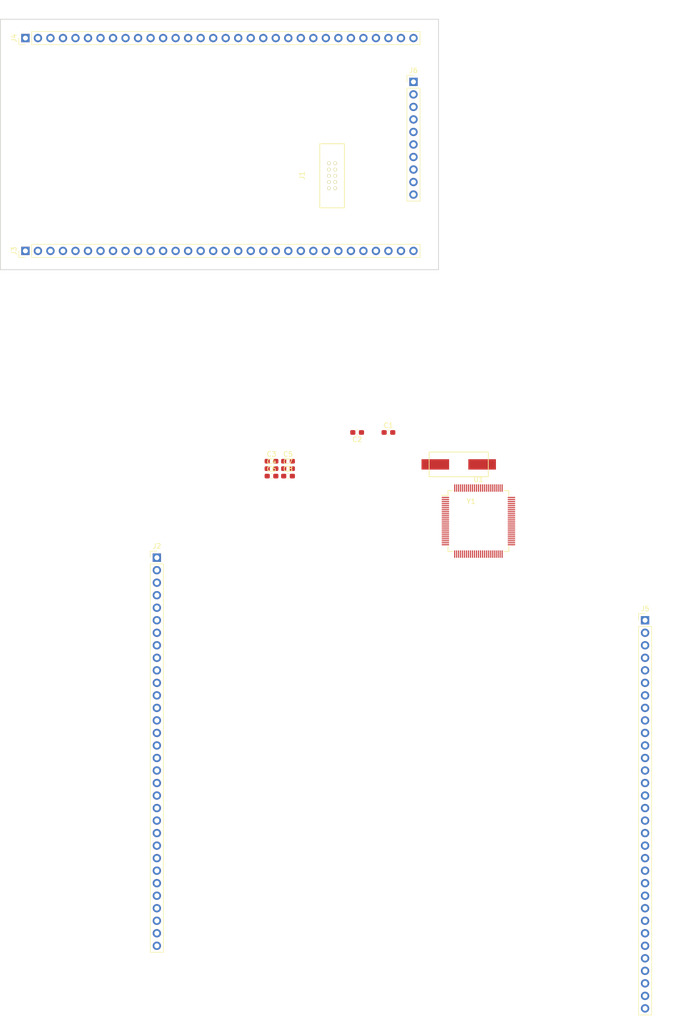
<source format=kicad_pcb>
(kicad_pcb (version 20171130) (host pcbnew 5.0.2+dfsg1-1~bpo9+1)

  (general
    (thickness 1.6)
    (drawings 4)
    (tracks 0)
    (zones 0)
    (modules 16)
    (nets 152)
  )

  (page A4)
  (layers
    (0 F.Cu signal)
    (31 B.Cu signal)
    (32 B.Adhes user)
    (33 F.Adhes user)
    (34 B.Paste user)
    (35 F.Paste user)
    (36 B.SilkS user)
    (37 F.SilkS user)
    (38 B.Mask user)
    (39 F.Mask user)
    (40 Dwgs.User user)
    (41 Cmts.User user)
    (42 Eco1.User user)
    (43 Eco2.User user)
    (44 Edge.Cuts user)
    (45 Margin user)
    (46 B.CrtYd user)
    (47 F.CrtYd user)
    (48 B.Fab user)
    (49 F.Fab user)
  )

  (setup
    (last_trace_width 0.25)
    (trace_clearance 0.2)
    (zone_clearance 0.508)
    (zone_45_only no)
    (trace_min 0.2)
    (segment_width 0.2)
    (edge_width 0.15)
    (via_size 0.8)
    (via_drill 0.4)
    (via_min_size 0.4)
    (via_min_drill 0.3)
    (uvia_size 0.3)
    (uvia_drill 0.1)
    (uvias_allowed no)
    (uvia_min_size 0.2)
    (uvia_min_drill 0.1)
    (pcb_text_width 0.3)
    (pcb_text_size 1.5 1.5)
    (mod_edge_width 0.15)
    (mod_text_size 1 1)
    (mod_text_width 0.15)
    (pad_size 1.524 1.524)
    (pad_drill 0.762)
    (pad_to_mask_clearance 0.051)
    (solder_mask_min_width 0.25)
    (aux_axis_origin 0 0)
    (visible_elements FFFFFF7F)
    (pcbplotparams
      (layerselection 0x010fc_ffffffff)
      (usegerberextensions false)
      (usegerberattributes false)
      (usegerberadvancedattributes false)
      (creategerberjobfile false)
      (excludeedgelayer true)
      (linewidth 0.100000)
      (plotframeref false)
      (viasonmask false)
      (mode 1)
      (useauxorigin false)
      (hpglpennumber 1)
      (hpglpenspeed 20)
      (hpglpendiameter 15.000000)
      (psnegative false)
      (psa4output false)
      (plotreference true)
      (plotvalue true)
      (plotinvisibletext false)
      (padsonsilk false)
      (subtractmaskfromsilk false)
      (outputformat 1)
      (mirror false)
      (drillshape 1)
      (scaleselection 1)
      (outputdirectory ""))
  )

  (net 0 "")
  (net 1 "Net-(C1-Pad2)")
  (net 2 GND)
  (net 3 "Net-(C2-Pad2)")
  (net 4 +3V3)
  (net 5 SWDIO)
  (net 6 SWDClock)
  (net 7 SWO)
  (net 8 "Net-(J1-Pad7)")
  (net 9 "Net-(J1-Pad8)")
  (net 10 nRESET)
  (net 11 "Net-(J2-Pad1)")
  (net 12 "Net-(J2-Pad2)")
  (net 13 "Net-(J2-Pad3)")
  (net 14 "Net-(J2-Pad4)")
  (net 15 "Net-(J2-Pad5)")
  (net 16 "Net-(J2-Pad6)")
  (net 17 "Net-(J2-Pad7)")
  (net 18 "Net-(J2-Pad8)")
  (net 19 "Net-(J2-Pad9)")
  (net 20 "Net-(J2-Pad10)")
  (net 21 "Net-(J2-Pad11)")
  (net 22 "Net-(J2-Pad12)")
  (net 23 "Net-(J2-Pad13)")
  (net 24 "Net-(J2-Pad14)")
  (net 25 "Net-(J2-Pad15)")
  (net 26 "Net-(J2-Pad16)")
  (net 27 "Net-(J2-Pad17)")
  (net 28 "Net-(J2-Pad18)")
  (net 29 "Net-(J2-Pad19)")
  (net 30 "Net-(J2-Pad20)")
  (net 31 "Net-(J2-Pad21)")
  (net 32 "Net-(J2-Pad22)")
  (net 33 "Net-(J2-Pad23)")
  (net 34 "Net-(J2-Pad24)")
  (net 35 "Net-(J2-Pad25)")
  (net 36 "Net-(J2-Pad26)")
  (net 37 "Net-(J2-Pad27)")
  (net 38 "Net-(J2-Pad28)")
  (net 39 "Net-(J2-Pad29)")
  (net 40 "Net-(J2-Pad30)")
  (net 41 "Net-(J2-Pad31)")
  (net 42 "Net-(J2-Pad32)")
  (net 43 PD0)
  (net 44 PD1)
  (net 45 PD2)
  (net 46 PD3)
  (net 47 PD4)
  (net 48 PD5)
  (net 49 PD6)
  (net 50 PD7)
  (net 51 PD8)
  (net 52 PD9)
  (net 53 PD10)
  (net 54 PD11)
  (net 55 PD12)
  (net 56 PD13)
  (net 57 PD14)
  (net 58 PD15)
  (net 59 PD16)
  (net 60 PD17)
  (net 61 PD18)
  (net 62 PD19)
  (net 63 PD20)
  (net 64 PD21)
  (net 65 PD22)
  (net 66 PD23)
  (net 67 PD24)
  (net 68 PD25)
  (net 69 PD26)
  (net 70 PD27)
  (net 71 PD28)
  (net 72 PD29)
  (net 73 PD30)
  (net 74 PD31)
  (net 75 PA31)
  (net 76 PA30)
  (net 77 PA29)
  (net 78 PA28)
  (net 79 PA27)
  (net 80 PA26)
  (net 81 PA25)
  (net 82 PA24)
  (net 83 PA23)
  (net 84 PA22)
  (net 85 PA21)
  (net 86 PA20)
  (net 87 PA19)
  (net 88 PA18)
  (net 89 PA17)
  (net 90 PA16)
  (net 91 PA15)
  (net 92 PA14)
  (net 93 PA13)
  (net 94 PA12)
  (net 95 PA11)
  (net 96 PA10)
  (net 97 PA9)
  (net 98 PA8)
  (net 99 PA7)
  (net 100 PA6)
  (net 101 PA5)
  (net 102 PA4)
  (net 103 PA3)
  (net 104 PA2)
  (net 105 PA1)
  (net 106 PA0)
  (net 107 "Net-(J5-Pad32)")
  (net 108 "Net-(J5-Pad31)")
  (net 109 "Net-(J5-Pad30)")
  (net 110 "Net-(J5-Pad29)")
  (net 111 "Net-(J5-Pad28)")
  (net 112 "Net-(J5-Pad27)")
  (net 113 "Net-(J5-Pad26)")
  (net 114 "Net-(J5-Pad25)")
  (net 115 "Net-(J5-Pad24)")
  (net 116 "Net-(J5-Pad23)")
  (net 117 "Net-(J5-Pad22)")
  (net 118 "Net-(J5-Pad21)")
  (net 119 "Net-(J5-Pad20)")
  (net 120 "Net-(J5-Pad19)")
  (net 121 "Net-(J5-Pad18)")
  (net 122 "Net-(J5-Pad17)")
  (net 123 "Net-(J5-Pad16)")
  (net 124 "Net-(J5-Pad15)")
  (net 125 "Net-(J5-Pad14)")
  (net 126 "Net-(J5-Pad13)")
  (net 127 "Net-(J5-Pad12)")
  (net 128 "Net-(J5-Pad11)")
  (net 129 "Net-(J5-Pad10)")
  (net 130 "Net-(J5-Pad9)")
  (net 131 "Net-(J5-Pad8)")
  (net 132 "Net-(J5-Pad7)")
  (net 133 "Net-(J5-Pad6)")
  (net 134 "Net-(J5-Pad5)")
  (net 135 "Net-(J5-Pad4)")
  (net 136 "Net-(J5-Pad3)")
  (net 137 "Net-(J5-Pad2)")
  (net 138 "Net-(J5-Pad1)")
  (net 139 PB0)
  (net 140 PB1)
  (net 141 PB2)
  (net 142 PB3)
  (net 143 PB4)
  (net 144 PB10)
  (net 145 PB11)
  (net 146 PB12)
  (net 147 PB13)
  (net 148 PB14)
  (net 149 "Net-(U1-Pad60)")
  (net 150 "Net-(U1-Pad73)")
  (net 151 "Net-(C5-Pad1)")

  (net_class Default "This is the default net class."
    (clearance 0.2)
    (trace_width 0.25)
    (via_dia 0.8)
    (via_drill 0.4)
    (uvia_dia 0.3)
    (uvia_drill 0.1)
    (add_net +3V3)
    (add_net GND)
    (add_net "Net-(C1-Pad2)")
    (add_net "Net-(C2-Pad2)")
    (add_net "Net-(C5-Pad1)")
    (add_net "Net-(J1-Pad7)")
    (add_net "Net-(J1-Pad8)")
    (add_net "Net-(J2-Pad1)")
    (add_net "Net-(J2-Pad10)")
    (add_net "Net-(J2-Pad11)")
    (add_net "Net-(J2-Pad12)")
    (add_net "Net-(J2-Pad13)")
    (add_net "Net-(J2-Pad14)")
    (add_net "Net-(J2-Pad15)")
    (add_net "Net-(J2-Pad16)")
    (add_net "Net-(J2-Pad17)")
    (add_net "Net-(J2-Pad18)")
    (add_net "Net-(J2-Pad19)")
    (add_net "Net-(J2-Pad2)")
    (add_net "Net-(J2-Pad20)")
    (add_net "Net-(J2-Pad21)")
    (add_net "Net-(J2-Pad22)")
    (add_net "Net-(J2-Pad23)")
    (add_net "Net-(J2-Pad24)")
    (add_net "Net-(J2-Pad25)")
    (add_net "Net-(J2-Pad26)")
    (add_net "Net-(J2-Pad27)")
    (add_net "Net-(J2-Pad28)")
    (add_net "Net-(J2-Pad29)")
    (add_net "Net-(J2-Pad3)")
    (add_net "Net-(J2-Pad30)")
    (add_net "Net-(J2-Pad31)")
    (add_net "Net-(J2-Pad32)")
    (add_net "Net-(J2-Pad4)")
    (add_net "Net-(J2-Pad5)")
    (add_net "Net-(J2-Pad6)")
    (add_net "Net-(J2-Pad7)")
    (add_net "Net-(J2-Pad8)")
    (add_net "Net-(J2-Pad9)")
    (add_net "Net-(J5-Pad1)")
    (add_net "Net-(J5-Pad10)")
    (add_net "Net-(J5-Pad11)")
    (add_net "Net-(J5-Pad12)")
    (add_net "Net-(J5-Pad13)")
    (add_net "Net-(J5-Pad14)")
    (add_net "Net-(J5-Pad15)")
    (add_net "Net-(J5-Pad16)")
    (add_net "Net-(J5-Pad17)")
    (add_net "Net-(J5-Pad18)")
    (add_net "Net-(J5-Pad19)")
    (add_net "Net-(J5-Pad2)")
    (add_net "Net-(J5-Pad20)")
    (add_net "Net-(J5-Pad21)")
    (add_net "Net-(J5-Pad22)")
    (add_net "Net-(J5-Pad23)")
    (add_net "Net-(J5-Pad24)")
    (add_net "Net-(J5-Pad25)")
    (add_net "Net-(J5-Pad26)")
    (add_net "Net-(J5-Pad27)")
    (add_net "Net-(J5-Pad28)")
    (add_net "Net-(J5-Pad29)")
    (add_net "Net-(J5-Pad3)")
    (add_net "Net-(J5-Pad30)")
    (add_net "Net-(J5-Pad31)")
    (add_net "Net-(J5-Pad32)")
    (add_net "Net-(J5-Pad4)")
    (add_net "Net-(J5-Pad5)")
    (add_net "Net-(J5-Pad6)")
    (add_net "Net-(J5-Pad7)")
    (add_net "Net-(J5-Pad8)")
    (add_net "Net-(J5-Pad9)")
    (add_net "Net-(U1-Pad60)")
    (add_net "Net-(U1-Pad73)")
    (add_net PA0)
    (add_net PA1)
    (add_net PA10)
    (add_net PA11)
    (add_net PA12)
    (add_net PA13)
    (add_net PA14)
    (add_net PA15)
    (add_net PA16)
    (add_net PA17)
    (add_net PA18)
    (add_net PA19)
    (add_net PA2)
    (add_net PA20)
    (add_net PA21)
    (add_net PA22)
    (add_net PA23)
    (add_net PA24)
    (add_net PA25)
    (add_net PA26)
    (add_net PA27)
    (add_net PA28)
    (add_net PA29)
    (add_net PA3)
    (add_net PA30)
    (add_net PA31)
    (add_net PA4)
    (add_net PA5)
    (add_net PA6)
    (add_net PA7)
    (add_net PA8)
    (add_net PA9)
    (add_net PB0)
    (add_net PB1)
    (add_net PB10)
    (add_net PB11)
    (add_net PB12)
    (add_net PB13)
    (add_net PB14)
    (add_net PB2)
    (add_net PB3)
    (add_net PB4)
    (add_net PD0)
    (add_net PD1)
    (add_net PD10)
    (add_net PD11)
    (add_net PD12)
    (add_net PD13)
    (add_net PD14)
    (add_net PD15)
    (add_net PD16)
    (add_net PD17)
    (add_net PD18)
    (add_net PD19)
    (add_net PD2)
    (add_net PD20)
    (add_net PD21)
    (add_net PD22)
    (add_net PD23)
    (add_net PD24)
    (add_net PD25)
    (add_net PD26)
    (add_net PD27)
    (add_net PD28)
    (add_net PD29)
    (add_net PD3)
    (add_net PD30)
    (add_net PD31)
    (add_net PD4)
    (add_net PD5)
    (add_net PD6)
    (add_net PD7)
    (add_net PD8)
    (add_net PD9)
    (add_net SWDClock)
    (add_net SWDIO)
    (add_net SWO)
    (add_net nRESET)
  )

  (module Capacitor_SMD:C_0603_1608Metric_Pad1.05x0.95mm_HandSolder (layer F.Cu) (tedit 5B301BBE) (tstamp 5ECE1158)
    (at 78.74 33.02)
    (descr "Capacitor SMD 0603 (1608 Metric), square (rectangular) end terminal, IPC_7351 nominal with elongated pad for handsoldering. (Body size source: http://www.tortai-tech.com/upload/download/2011102023233369053.pdf), generated with kicad-footprint-generator")
    (tags "capacitor handsolder")
    (path /5EC2B536)
    (attr smd)
    (fp_text reference C1 (at 0 -1.43) (layer F.SilkS)
      (effects (font (size 1 1) (thickness 0.15)))
    )
    (fp_text value 13p (at 0 1.43) (layer F.Fab)
      (effects (font (size 1 1) (thickness 0.15)))
    )
    (fp_text user %R (at 0 0) (layer F.Fab)
      (effects (font (size 0.4 0.4) (thickness 0.06)))
    )
    (fp_line (start 1.65 0.73) (end -1.65 0.73) (layer F.CrtYd) (width 0.05))
    (fp_line (start 1.65 -0.73) (end 1.65 0.73) (layer F.CrtYd) (width 0.05))
    (fp_line (start -1.65 -0.73) (end 1.65 -0.73) (layer F.CrtYd) (width 0.05))
    (fp_line (start -1.65 0.73) (end -1.65 -0.73) (layer F.CrtYd) (width 0.05))
    (fp_line (start -0.171267 0.51) (end 0.171267 0.51) (layer F.SilkS) (width 0.12))
    (fp_line (start -0.171267 -0.51) (end 0.171267 -0.51) (layer F.SilkS) (width 0.12))
    (fp_line (start 0.8 0.4) (end -0.8 0.4) (layer F.Fab) (width 0.1))
    (fp_line (start 0.8 -0.4) (end 0.8 0.4) (layer F.Fab) (width 0.1))
    (fp_line (start -0.8 -0.4) (end 0.8 -0.4) (layer F.Fab) (width 0.1))
    (fp_line (start -0.8 0.4) (end -0.8 -0.4) (layer F.Fab) (width 0.1))
    (pad 2 smd roundrect (at 0.875 0) (size 1.05 0.95) (layers F.Cu F.Paste F.Mask) (roundrect_rratio 0.25)
      (net 1 "Net-(C1-Pad2)"))
    (pad 1 smd roundrect (at -0.875 0) (size 1.05 0.95) (layers F.Cu F.Paste F.Mask) (roundrect_rratio 0.25)
      (net 2 GND))
    (model ${KISYS3DMOD}/Capacitor_SMD.3dshapes/C_0603_1608Metric.wrl
      (at (xyz 0 0 0))
      (scale (xyz 1 1 1))
      (rotate (xyz 0 0 0))
    )
  )

  (module Capacitor_SMD:C_0603_1608Metric_Pad1.05x0.95mm_HandSolder (layer F.Cu) (tedit 5B301BBE) (tstamp 5ECE1169)
    (at 72.39 33.02 180)
    (descr "Capacitor SMD 0603 (1608 Metric), square (rectangular) end terminal, IPC_7351 nominal with elongated pad for handsoldering. (Body size source: http://www.tortai-tech.com/upload/download/2011102023233369053.pdf), generated with kicad-footprint-generator")
    (tags "capacitor handsolder")
    (path /5EC2B481)
    (attr smd)
    (fp_text reference C2 (at 0 -1.43 180) (layer F.SilkS)
      (effects (font (size 1 1) (thickness 0.15)))
    )
    (fp_text value 13p (at 0 1.43 180) (layer F.Fab)
      (effects (font (size 1 1) (thickness 0.15)))
    )
    (fp_line (start -0.8 0.4) (end -0.8 -0.4) (layer F.Fab) (width 0.1))
    (fp_line (start -0.8 -0.4) (end 0.8 -0.4) (layer F.Fab) (width 0.1))
    (fp_line (start 0.8 -0.4) (end 0.8 0.4) (layer F.Fab) (width 0.1))
    (fp_line (start 0.8 0.4) (end -0.8 0.4) (layer F.Fab) (width 0.1))
    (fp_line (start -0.171267 -0.51) (end 0.171267 -0.51) (layer F.SilkS) (width 0.12))
    (fp_line (start -0.171267 0.51) (end 0.171267 0.51) (layer F.SilkS) (width 0.12))
    (fp_line (start -1.65 0.73) (end -1.65 -0.73) (layer F.CrtYd) (width 0.05))
    (fp_line (start -1.65 -0.73) (end 1.65 -0.73) (layer F.CrtYd) (width 0.05))
    (fp_line (start 1.65 -0.73) (end 1.65 0.73) (layer F.CrtYd) (width 0.05))
    (fp_line (start 1.65 0.73) (end -1.65 0.73) (layer F.CrtYd) (width 0.05))
    (fp_text user %R (at 0 0 180) (layer F.Fab)
      (effects (font (size 0.4 0.4) (thickness 0.06)))
    )
    (pad 1 smd roundrect (at -0.875 0 180) (size 1.05 0.95) (layers F.Cu F.Paste F.Mask) (roundrect_rratio 0.25)
      (net 2 GND))
    (pad 2 smd roundrect (at 0.875 0 180) (size 1.05 0.95) (layers F.Cu F.Paste F.Mask) (roundrect_rratio 0.25)
      (net 3 "Net-(C2-Pad2)"))
    (model ${KISYS3DMOD}/Capacitor_SMD.3dshapes/C_0603_1608Metric.wrl
      (at (xyz 0 0 0))
      (scale (xyz 1 1 1))
      (rotate (xyz 0 0 0))
    )
  )

  (module TedsFootprints:SWDHeader (layer F.Cu) (tedit 5781164B) (tstamp 5ECE117C)
    (at 67.31 -19.05 270)
    (path /5EC216F0)
    (fp_text reference J1 (at -0.05 6.1 270) (layer F.SilkS)
      (effects (font (size 1 1) (thickness 0.15)))
    )
    (fp_text value Conn_02x05_Odd_Even (at -0.15 -5.4 270) (layer F.Fab)
      (effects (font (size 1 1) (thickness 0.15)))
    )
    (fp_line (start -6.5 2.5) (end 0 2.5) (layer F.SilkS) (width 0.15))
    (fp_line (start -6.5 -2.5) (end -6.5 2.5) (layer F.SilkS) (width 0.15))
    (fp_line (start 6.5 -2.5) (end -6.5 -2.5) (layer F.SilkS) (width 0.15))
    (fp_line (start 6.5 2.5) (end 6.5 -2.5) (layer F.SilkS) (width 0.15))
    (fp_line (start 0 2.5) (end 6.5 2.5) (layer F.SilkS) (width 0.15))
    (pad 1 thru_hole circle (at -2.54 0.635 270) (size 0.7 0.7) (drill 0.5) (layers *.Cu *.Mask F.SilkS)
      (net 4 +3V3))
    (pad 2 thru_hole circle (at -2.54 -0.635 270) (size 0.7 0.7) (drill 0.5) (layers *.Cu *.Mask F.SilkS)
      (net 5 SWDIO))
    (pad 3 thru_hole circle (at -1.27 0.635 270) (size 0.7 0.7) (drill 0.5) (layers *.Cu *.Mask F.SilkS)
      (net 2 GND))
    (pad 4 thru_hole circle (at -1.27 -0.635 270) (size 0.7 0.7) (drill 0.5) (layers *.Cu *.Mask F.SilkS)
      (net 6 SWDClock))
    (pad 5 thru_hole circle (at 0 0.635 270) (size 0.7 0.7) (drill 0.5) (layers *.Cu *.Mask F.SilkS)
      (net 2 GND))
    (pad 6 thru_hole circle (at 0 -0.635 270) (size 0.7 0.7) (drill 0.5) (layers *.Cu *.Mask F.SilkS)
      (net 7 SWO))
    (pad 7 thru_hole circle (at 1.27 0.635 270) (size 0.7 0.7) (drill 0.5) (layers *.Cu *.Mask F.SilkS)
      (net 8 "Net-(J1-Pad7)"))
    (pad 8 thru_hole circle (at 1.27 -0.635 270) (size 0.7 0.7) (drill 0.5) (layers *.Cu *.Mask F.SilkS)
      (net 9 "Net-(J1-Pad8)"))
    (pad 9 thru_hole circle (at 2.54 0.635 270) (size 0.7 0.7) (drill 0.5) (layers *.Cu *.Mask F.SilkS)
      (net 2 GND))
    (pad 10 thru_hole circle (at 2.54 -0.635 270) (size 0.7 0.7) (drill 0.5) (layers *.Cu *.Mask F.SilkS)
      (net 10 nRESET))
  )

  (module Connector_PinHeader_2.54mm:PinHeader_1x32_P2.54mm_Vertical (layer F.Cu) (tedit 59FED5CC) (tstamp 5ECE11B0)
    (at 31.75 58.42)
    (descr "Through hole straight pin header, 1x32, 2.54mm pitch, single row")
    (tags "Through hole pin header THT 1x32 2.54mm single row")
    (path /5EC1B509)
    (fp_text reference J2 (at 0 -2.33) (layer F.SilkS)
      (effects (font (size 1 1) (thickness 0.15)))
    )
    (fp_text value Conn_01x32_Female (at 0 81.07) (layer F.Fab)
      (effects (font (size 1 1) (thickness 0.15)))
    )
    (fp_line (start -0.635 -1.27) (end 1.27 -1.27) (layer F.Fab) (width 0.1))
    (fp_line (start 1.27 -1.27) (end 1.27 80.01) (layer F.Fab) (width 0.1))
    (fp_line (start 1.27 80.01) (end -1.27 80.01) (layer F.Fab) (width 0.1))
    (fp_line (start -1.27 80.01) (end -1.27 -0.635) (layer F.Fab) (width 0.1))
    (fp_line (start -1.27 -0.635) (end -0.635 -1.27) (layer F.Fab) (width 0.1))
    (fp_line (start -1.33 80.07) (end 1.33 80.07) (layer F.SilkS) (width 0.12))
    (fp_line (start -1.33 1.27) (end -1.33 80.07) (layer F.SilkS) (width 0.12))
    (fp_line (start 1.33 1.27) (end 1.33 80.07) (layer F.SilkS) (width 0.12))
    (fp_line (start -1.33 1.27) (end 1.33 1.27) (layer F.SilkS) (width 0.12))
    (fp_line (start -1.33 0) (end -1.33 -1.33) (layer F.SilkS) (width 0.12))
    (fp_line (start -1.33 -1.33) (end 0 -1.33) (layer F.SilkS) (width 0.12))
    (fp_line (start -1.8 -1.8) (end -1.8 80.55) (layer F.CrtYd) (width 0.05))
    (fp_line (start -1.8 80.55) (end 1.8 80.55) (layer F.CrtYd) (width 0.05))
    (fp_line (start 1.8 80.55) (end 1.8 -1.8) (layer F.CrtYd) (width 0.05))
    (fp_line (start 1.8 -1.8) (end -1.8 -1.8) (layer F.CrtYd) (width 0.05))
    (fp_text user %R (at 0 39.37 90) (layer F.Fab)
      (effects (font (size 1 1) (thickness 0.15)))
    )
    (pad 1 thru_hole rect (at 0 0) (size 1.7 1.7) (drill 1) (layers *.Cu *.Mask)
      (net 11 "Net-(J2-Pad1)"))
    (pad 2 thru_hole oval (at 0 2.54) (size 1.7 1.7) (drill 1) (layers *.Cu *.Mask)
      (net 12 "Net-(J2-Pad2)"))
    (pad 3 thru_hole oval (at 0 5.08) (size 1.7 1.7) (drill 1) (layers *.Cu *.Mask)
      (net 13 "Net-(J2-Pad3)"))
    (pad 4 thru_hole oval (at 0 7.62) (size 1.7 1.7) (drill 1) (layers *.Cu *.Mask)
      (net 14 "Net-(J2-Pad4)"))
    (pad 5 thru_hole oval (at 0 10.16) (size 1.7 1.7) (drill 1) (layers *.Cu *.Mask)
      (net 15 "Net-(J2-Pad5)"))
    (pad 6 thru_hole oval (at 0 12.7) (size 1.7 1.7) (drill 1) (layers *.Cu *.Mask)
      (net 16 "Net-(J2-Pad6)"))
    (pad 7 thru_hole oval (at 0 15.24) (size 1.7 1.7) (drill 1) (layers *.Cu *.Mask)
      (net 17 "Net-(J2-Pad7)"))
    (pad 8 thru_hole oval (at 0 17.78) (size 1.7 1.7) (drill 1) (layers *.Cu *.Mask)
      (net 18 "Net-(J2-Pad8)"))
    (pad 9 thru_hole oval (at 0 20.32) (size 1.7 1.7) (drill 1) (layers *.Cu *.Mask)
      (net 19 "Net-(J2-Pad9)"))
    (pad 10 thru_hole oval (at 0 22.86) (size 1.7 1.7) (drill 1) (layers *.Cu *.Mask)
      (net 20 "Net-(J2-Pad10)"))
    (pad 11 thru_hole oval (at 0 25.4) (size 1.7 1.7) (drill 1) (layers *.Cu *.Mask)
      (net 21 "Net-(J2-Pad11)"))
    (pad 12 thru_hole oval (at 0 27.94) (size 1.7 1.7) (drill 1) (layers *.Cu *.Mask)
      (net 22 "Net-(J2-Pad12)"))
    (pad 13 thru_hole oval (at 0 30.48) (size 1.7 1.7) (drill 1) (layers *.Cu *.Mask)
      (net 23 "Net-(J2-Pad13)"))
    (pad 14 thru_hole oval (at 0 33.02) (size 1.7 1.7) (drill 1) (layers *.Cu *.Mask)
      (net 24 "Net-(J2-Pad14)"))
    (pad 15 thru_hole oval (at 0 35.56) (size 1.7 1.7) (drill 1) (layers *.Cu *.Mask)
      (net 25 "Net-(J2-Pad15)"))
    (pad 16 thru_hole oval (at 0 38.1) (size 1.7 1.7) (drill 1) (layers *.Cu *.Mask)
      (net 26 "Net-(J2-Pad16)"))
    (pad 17 thru_hole oval (at 0 40.64) (size 1.7 1.7) (drill 1) (layers *.Cu *.Mask)
      (net 27 "Net-(J2-Pad17)"))
    (pad 18 thru_hole oval (at 0 43.18) (size 1.7 1.7) (drill 1) (layers *.Cu *.Mask)
      (net 28 "Net-(J2-Pad18)"))
    (pad 19 thru_hole oval (at 0 45.72) (size 1.7 1.7) (drill 1) (layers *.Cu *.Mask)
      (net 29 "Net-(J2-Pad19)"))
    (pad 20 thru_hole oval (at 0 48.26) (size 1.7 1.7) (drill 1) (layers *.Cu *.Mask)
      (net 30 "Net-(J2-Pad20)"))
    (pad 21 thru_hole oval (at 0 50.8) (size 1.7 1.7) (drill 1) (layers *.Cu *.Mask)
      (net 31 "Net-(J2-Pad21)"))
    (pad 22 thru_hole oval (at 0 53.34) (size 1.7 1.7) (drill 1) (layers *.Cu *.Mask)
      (net 32 "Net-(J2-Pad22)"))
    (pad 23 thru_hole oval (at 0 55.88) (size 1.7 1.7) (drill 1) (layers *.Cu *.Mask)
      (net 33 "Net-(J2-Pad23)"))
    (pad 24 thru_hole oval (at 0 58.42) (size 1.7 1.7) (drill 1) (layers *.Cu *.Mask)
      (net 34 "Net-(J2-Pad24)"))
    (pad 25 thru_hole oval (at 0 60.96) (size 1.7 1.7) (drill 1) (layers *.Cu *.Mask)
      (net 35 "Net-(J2-Pad25)"))
    (pad 26 thru_hole oval (at 0 63.5) (size 1.7 1.7) (drill 1) (layers *.Cu *.Mask)
      (net 36 "Net-(J2-Pad26)"))
    (pad 27 thru_hole oval (at 0 66.04) (size 1.7 1.7) (drill 1) (layers *.Cu *.Mask)
      (net 37 "Net-(J2-Pad27)"))
    (pad 28 thru_hole oval (at 0 68.58) (size 1.7 1.7) (drill 1) (layers *.Cu *.Mask)
      (net 38 "Net-(J2-Pad28)"))
    (pad 29 thru_hole oval (at 0 71.12) (size 1.7 1.7) (drill 1) (layers *.Cu *.Mask)
      (net 39 "Net-(J2-Pad29)"))
    (pad 30 thru_hole oval (at 0 73.66) (size 1.7 1.7) (drill 1) (layers *.Cu *.Mask)
      (net 40 "Net-(J2-Pad30)"))
    (pad 31 thru_hole oval (at 0 76.2) (size 1.7 1.7) (drill 1) (layers *.Cu *.Mask)
      (net 41 "Net-(J2-Pad31)"))
    (pad 32 thru_hole oval (at 0 78.74) (size 1.7 1.7) (drill 1) (layers *.Cu *.Mask)
      (net 42 "Net-(J2-Pad32)"))
    (model ${KISYS3DMOD}/Connector_PinHeader_2.54mm.3dshapes/PinHeader_1x32_P2.54mm_Vertical.wrl
      (at (xyz 0 0 0))
      (scale (xyz 1 1 1))
      (rotate (xyz 0 0 0))
    )
  )

  (module Connector_PinHeader_2.54mm:PinHeader_1x32_P2.54mm_Vertical (layer F.Cu) (tedit 59FED5CC) (tstamp 5ECE17A7)
    (at 5.08 -3.81 90)
    (descr "Through hole straight pin header, 1x32, 2.54mm pitch, single row")
    (tags "Through hole pin header THT 1x32 2.54mm single row")
    (path /5EC1B1C9)
    (fp_text reference J3 (at 0 -2.33 90) (layer F.SilkS)
      (effects (font (size 1 1) (thickness 0.15)))
    )
    (fp_text value Conn_01x32_Female (at 0 81.07 90) (layer F.Fab)
      (effects (font (size 1 1) (thickness 0.15)))
    )
    (fp_line (start -0.635 -1.27) (end 1.27 -1.27) (layer F.Fab) (width 0.1))
    (fp_line (start 1.27 -1.27) (end 1.27 80.01) (layer F.Fab) (width 0.1))
    (fp_line (start 1.27 80.01) (end -1.27 80.01) (layer F.Fab) (width 0.1))
    (fp_line (start -1.27 80.01) (end -1.27 -0.635) (layer F.Fab) (width 0.1))
    (fp_line (start -1.27 -0.635) (end -0.635 -1.27) (layer F.Fab) (width 0.1))
    (fp_line (start -1.33 80.07) (end 1.33 80.07) (layer F.SilkS) (width 0.12))
    (fp_line (start -1.33 1.27) (end -1.33 80.07) (layer F.SilkS) (width 0.12))
    (fp_line (start 1.33 1.27) (end 1.33 80.07) (layer F.SilkS) (width 0.12))
    (fp_line (start -1.33 1.27) (end 1.33 1.27) (layer F.SilkS) (width 0.12))
    (fp_line (start -1.33 0) (end -1.33 -1.33) (layer F.SilkS) (width 0.12))
    (fp_line (start -1.33 -1.33) (end 0 -1.33) (layer F.SilkS) (width 0.12))
    (fp_line (start -1.8 -1.8) (end -1.8 80.55) (layer F.CrtYd) (width 0.05))
    (fp_line (start -1.8 80.55) (end 1.8 80.55) (layer F.CrtYd) (width 0.05))
    (fp_line (start 1.8 80.55) (end 1.8 -1.8) (layer F.CrtYd) (width 0.05))
    (fp_line (start 1.8 -1.8) (end -1.8 -1.8) (layer F.CrtYd) (width 0.05))
    (fp_text user %R (at 0 39.37 180) (layer F.Fab)
      (effects (font (size 1 1) (thickness 0.15)))
    )
    (pad 1 thru_hole rect (at 0 0 90) (size 1.7 1.7) (drill 1) (layers *.Cu *.Mask)
      (net 43 PD0))
    (pad 2 thru_hole oval (at 0 2.54 90) (size 1.7 1.7) (drill 1) (layers *.Cu *.Mask)
      (net 44 PD1))
    (pad 3 thru_hole oval (at 0 5.08 90) (size 1.7 1.7) (drill 1) (layers *.Cu *.Mask)
      (net 45 PD2))
    (pad 4 thru_hole oval (at 0 7.62 90) (size 1.7 1.7) (drill 1) (layers *.Cu *.Mask)
      (net 46 PD3))
    (pad 5 thru_hole oval (at 0 10.16 90) (size 1.7 1.7) (drill 1) (layers *.Cu *.Mask)
      (net 47 PD4))
    (pad 6 thru_hole oval (at 0 12.7 90) (size 1.7 1.7) (drill 1) (layers *.Cu *.Mask)
      (net 48 PD5))
    (pad 7 thru_hole oval (at 0 15.24 90) (size 1.7 1.7) (drill 1) (layers *.Cu *.Mask)
      (net 49 PD6))
    (pad 8 thru_hole oval (at 0 17.78 90) (size 1.7 1.7) (drill 1) (layers *.Cu *.Mask)
      (net 50 PD7))
    (pad 9 thru_hole oval (at 0 20.32 90) (size 1.7 1.7) (drill 1) (layers *.Cu *.Mask)
      (net 51 PD8))
    (pad 10 thru_hole oval (at 0 22.86 90) (size 1.7 1.7) (drill 1) (layers *.Cu *.Mask)
      (net 52 PD9))
    (pad 11 thru_hole oval (at 0 25.4 90) (size 1.7 1.7) (drill 1) (layers *.Cu *.Mask)
      (net 53 PD10))
    (pad 12 thru_hole oval (at 0 27.94 90) (size 1.7 1.7) (drill 1) (layers *.Cu *.Mask)
      (net 54 PD11))
    (pad 13 thru_hole oval (at 0 30.48 90) (size 1.7 1.7) (drill 1) (layers *.Cu *.Mask)
      (net 55 PD12))
    (pad 14 thru_hole oval (at 0 33.02 90) (size 1.7 1.7) (drill 1) (layers *.Cu *.Mask)
      (net 56 PD13))
    (pad 15 thru_hole oval (at 0 35.56 90) (size 1.7 1.7) (drill 1) (layers *.Cu *.Mask)
      (net 57 PD14))
    (pad 16 thru_hole oval (at 0 38.1 90) (size 1.7 1.7) (drill 1) (layers *.Cu *.Mask)
      (net 58 PD15))
    (pad 17 thru_hole oval (at 0 40.64 90) (size 1.7 1.7) (drill 1) (layers *.Cu *.Mask)
      (net 59 PD16))
    (pad 18 thru_hole oval (at 0 43.18 90) (size 1.7 1.7) (drill 1) (layers *.Cu *.Mask)
      (net 60 PD17))
    (pad 19 thru_hole oval (at 0 45.72 90) (size 1.7 1.7) (drill 1) (layers *.Cu *.Mask)
      (net 61 PD18))
    (pad 20 thru_hole oval (at 0 48.26 90) (size 1.7 1.7) (drill 1) (layers *.Cu *.Mask)
      (net 62 PD19))
    (pad 21 thru_hole oval (at 0 50.8 90) (size 1.7 1.7) (drill 1) (layers *.Cu *.Mask)
      (net 63 PD20))
    (pad 22 thru_hole oval (at 0 53.34 90) (size 1.7 1.7) (drill 1) (layers *.Cu *.Mask)
      (net 64 PD21))
    (pad 23 thru_hole oval (at 0 55.88 90) (size 1.7 1.7) (drill 1) (layers *.Cu *.Mask)
      (net 65 PD22))
    (pad 24 thru_hole oval (at 0 58.42 90) (size 1.7 1.7) (drill 1) (layers *.Cu *.Mask)
      (net 66 PD23))
    (pad 25 thru_hole oval (at 0 60.96 90) (size 1.7 1.7) (drill 1) (layers *.Cu *.Mask)
      (net 67 PD24))
    (pad 26 thru_hole oval (at 0 63.5 90) (size 1.7 1.7) (drill 1) (layers *.Cu *.Mask)
      (net 68 PD25))
    (pad 27 thru_hole oval (at 0 66.04 90) (size 1.7 1.7) (drill 1) (layers *.Cu *.Mask)
      (net 69 PD26))
    (pad 28 thru_hole oval (at 0 68.58 90) (size 1.7 1.7) (drill 1) (layers *.Cu *.Mask)
      (net 70 PD27))
    (pad 29 thru_hole oval (at 0 71.12 90) (size 1.7 1.7) (drill 1) (layers *.Cu *.Mask)
      (net 71 PD28))
    (pad 30 thru_hole oval (at 0 73.66 90) (size 1.7 1.7) (drill 1) (layers *.Cu *.Mask)
      (net 72 PD29))
    (pad 31 thru_hole oval (at 0 76.2 90) (size 1.7 1.7) (drill 1) (layers *.Cu *.Mask)
      (net 73 PD30))
    (pad 32 thru_hole oval (at 0 78.74 90) (size 1.7 1.7) (drill 1) (layers *.Cu *.Mask)
      (net 74 PD31))
    (model ${KISYS3DMOD}/Connector_PinHeader_2.54mm.3dshapes/PinHeader_1x32_P2.54mm_Vertical.wrl
      (at (xyz 0 0 0))
      (scale (xyz 1 1 1))
      (rotate (xyz 0 0 0))
    )
  )

  (module Connector_PinHeader_2.54mm:PinHeader_1x32_P2.54mm_Vertical (layer F.Cu) (tedit 59FED5CC) (tstamp 5ECE1218)
    (at 5.08 -46.99 90)
    (descr "Through hole straight pin header, 1x32, 2.54mm pitch, single row")
    (tags "Through hole pin header THT 1x32 2.54mm single row")
    (path /5EC1B325)
    (fp_text reference J4 (at 0 -2.33 90) (layer F.SilkS)
      (effects (font (size 1 1) (thickness 0.15)))
    )
    (fp_text value Conn_01x32_Female (at 0 81.07 90) (layer F.Fab)
      (effects (font (size 1 1) (thickness 0.15)))
    )
    (fp_text user %R (at 0 39.37 180) (layer F.Fab)
      (effects (font (size 1 1) (thickness 0.15)))
    )
    (fp_line (start 1.8 -1.8) (end -1.8 -1.8) (layer F.CrtYd) (width 0.05))
    (fp_line (start 1.8 80.55) (end 1.8 -1.8) (layer F.CrtYd) (width 0.05))
    (fp_line (start -1.8 80.55) (end 1.8 80.55) (layer F.CrtYd) (width 0.05))
    (fp_line (start -1.8 -1.8) (end -1.8 80.55) (layer F.CrtYd) (width 0.05))
    (fp_line (start -1.33 -1.33) (end 0 -1.33) (layer F.SilkS) (width 0.12))
    (fp_line (start -1.33 0) (end -1.33 -1.33) (layer F.SilkS) (width 0.12))
    (fp_line (start -1.33 1.27) (end 1.33 1.27) (layer F.SilkS) (width 0.12))
    (fp_line (start 1.33 1.27) (end 1.33 80.07) (layer F.SilkS) (width 0.12))
    (fp_line (start -1.33 1.27) (end -1.33 80.07) (layer F.SilkS) (width 0.12))
    (fp_line (start -1.33 80.07) (end 1.33 80.07) (layer F.SilkS) (width 0.12))
    (fp_line (start -1.27 -0.635) (end -0.635 -1.27) (layer F.Fab) (width 0.1))
    (fp_line (start -1.27 80.01) (end -1.27 -0.635) (layer F.Fab) (width 0.1))
    (fp_line (start 1.27 80.01) (end -1.27 80.01) (layer F.Fab) (width 0.1))
    (fp_line (start 1.27 -1.27) (end 1.27 80.01) (layer F.Fab) (width 0.1))
    (fp_line (start -0.635 -1.27) (end 1.27 -1.27) (layer F.Fab) (width 0.1))
    (pad 32 thru_hole oval (at 0 78.74 90) (size 1.7 1.7) (drill 1) (layers *.Cu *.Mask)
      (net 75 PA31))
    (pad 31 thru_hole oval (at 0 76.2 90) (size 1.7 1.7) (drill 1) (layers *.Cu *.Mask)
      (net 76 PA30))
    (pad 30 thru_hole oval (at 0 73.66 90) (size 1.7 1.7) (drill 1) (layers *.Cu *.Mask)
      (net 77 PA29))
    (pad 29 thru_hole oval (at 0 71.12 90) (size 1.7 1.7) (drill 1) (layers *.Cu *.Mask)
      (net 78 PA28))
    (pad 28 thru_hole oval (at 0 68.58 90) (size 1.7 1.7) (drill 1) (layers *.Cu *.Mask)
      (net 79 PA27))
    (pad 27 thru_hole oval (at 0 66.04 90) (size 1.7 1.7) (drill 1) (layers *.Cu *.Mask)
      (net 80 PA26))
    (pad 26 thru_hole oval (at 0 63.5 90) (size 1.7 1.7) (drill 1) (layers *.Cu *.Mask)
      (net 81 PA25))
    (pad 25 thru_hole oval (at 0 60.96 90) (size 1.7 1.7) (drill 1) (layers *.Cu *.Mask)
      (net 82 PA24))
    (pad 24 thru_hole oval (at 0 58.42 90) (size 1.7 1.7) (drill 1) (layers *.Cu *.Mask)
      (net 83 PA23))
    (pad 23 thru_hole oval (at 0 55.88 90) (size 1.7 1.7) (drill 1) (layers *.Cu *.Mask)
      (net 84 PA22))
    (pad 22 thru_hole oval (at 0 53.34 90) (size 1.7 1.7) (drill 1) (layers *.Cu *.Mask)
      (net 85 PA21))
    (pad 21 thru_hole oval (at 0 50.8 90) (size 1.7 1.7) (drill 1) (layers *.Cu *.Mask)
      (net 86 PA20))
    (pad 20 thru_hole oval (at 0 48.26 90) (size 1.7 1.7) (drill 1) (layers *.Cu *.Mask)
      (net 87 PA19))
    (pad 19 thru_hole oval (at 0 45.72 90) (size 1.7 1.7) (drill 1) (layers *.Cu *.Mask)
      (net 88 PA18))
    (pad 18 thru_hole oval (at 0 43.18 90) (size 1.7 1.7) (drill 1) (layers *.Cu *.Mask)
      (net 89 PA17))
    (pad 17 thru_hole oval (at 0 40.64 90) (size 1.7 1.7) (drill 1) (layers *.Cu *.Mask)
      (net 90 PA16))
    (pad 16 thru_hole oval (at 0 38.1 90) (size 1.7 1.7) (drill 1) (layers *.Cu *.Mask)
      (net 91 PA15))
    (pad 15 thru_hole oval (at 0 35.56 90) (size 1.7 1.7) (drill 1) (layers *.Cu *.Mask)
      (net 92 PA14))
    (pad 14 thru_hole oval (at 0 33.02 90) (size 1.7 1.7) (drill 1) (layers *.Cu *.Mask)
      (net 93 PA13))
    (pad 13 thru_hole oval (at 0 30.48 90) (size 1.7 1.7) (drill 1) (layers *.Cu *.Mask)
      (net 94 PA12))
    (pad 12 thru_hole oval (at 0 27.94 90) (size 1.7 1.7) (drill 1) (layers *.Cu *.Mask)
      (net 95 PA11))
    (pad 11 thru_hole oval (at 0 25.4 90) (size 1.7 1.7) (drill 1) (layers *.Cu *.Mask)
      (net 96 PA10))
    (pad 10 thru_hole oval (at 0 22.86 90) (size 1.7 1.7) (drill 1) (layers *.Cu *.Mask)
      (net 97 PA9))
    (pad 9 thru_hole oval (at 0 20.32 90) (size 1.7 1.7) (drill 1) (layers *.Cu *.Mask)
      (net 98 PA8))
    (pad 8 thru_hole oval (at 0 17.78 90) (size 1.7 1.7) (drill 1) (layers *.Cu *.Mask)
      (net 99 PA7))
    (pad 7 thru_hole oval (at 0 15.24 90) (size 1.7 1.7) (drill 1) (layers *.Cu *.Mask)
      (net 100 PA6))
    (pad 6 thru_hole oval (at 0 12.7 90) (size 1.7 1.7) (drill 1) (layers *.Cu *.Mask)
      (net 101 PA5))
    (pad 5 thru_hole oval (at 0 10.16 90) (size 1.7 1.7) (drill 1) (layers *.Cu *.Mask)
      (net 102 PA4))
    (pad 4 thru_hole oval (at 0 7.62 90) (size 1.7 1.7) (drill 1) (layers *.Cu *.Mask)
      (net 103 PA3))
    (pad 3 thru_hole oval (at 0 5.08 90) (size 1.7 1.7) (drill 1) (layers *.Cu *.Mask)
      (net 104 PA2))
    (pad 2 thru_hole oval (at 0 2.54 90) (size 1.7 1.7) (drill 1) (layers *.Cu *.Mask)
      (net 105 PA1))
    (pad 1 thru_hole rect (at 0 0 90) (size 1.7 1.7) (drill 1) (layers *.Cu *.Mask)
      (net 106 PA0))
    (model ${KISYS3DMOD}/Connector_PinHeader_2.54mm.3dshapes/PinHeader_1x32_P2.54mm_Vertical.wrl
      (at (xyz 0 0 0))
      (scale (xyz 1 1 1))
      (rotate (xyz 0 0 0))
    )
  )

  (module Connector_PinHeader_2.54mm:PinHeader_1x32_P2.54mm_Vertical (layer F.Cu) (tedit 59FED5CC) (tstamp 5ECE124C)
    (at 130.81 71.12)
    (descr "Through hole straight pin header, 1x32, 2.54mm pitch, single row")
    (tags "Through hole pin header THT 1x32 2.54mm single row")
    (path /5EC1B661)
    (fp_text reference J5 (at 0 -2.33) (layer F.SilkS)
      (effects (font (size 1 1) (thickness 0.15)))
    )
    (fp_text value Conn_01x32_Female (at 0 81.07) (layer F.Fab)
      (effects (font (size 1 1) (thickness 0.15)))
    )
    (fp_text user %R (at 0 39.37 90) (layer F.Fab)
      (effects (font (size 1 1) (thickness 0.15)))
    )
    (fp_line (start 1.8 -1.8) (end -1.8 -1.8) (layer F.CrtYd) (width 0.05))
    (fp_line (start 1.8 80.55) (end 1.8 -1.8) (layer F.CrtYd) (width 0.05))
    (fp_line (start -1.8 80.55) (end 1.8 80.55) (layer F.CrtYd) (width 0.05))
    (fp_line (start -1.8 -1.8) (end -1.8 80.55) (layer F.CrtYd) (width 0.05))
    (fp_line (start -1.33 -1.33) (end 0 -1.33) (layer F.SilkS) (width 0.12))
    (fp_line (start -1.33 0) (end -1.33 -1.33) (layer F.SilkS) (width 0.12))
    (fp_line (start -1.33 1.27) (end 1.33 1.27) (layer F.SilkS) (width 0.12))
    (fp_line (start 1.33 1.27) (end 1.33 80.07) (layer F.SilkS) (width 0.12))
    (fp_line (start -1.33 1.27) (end -1.33 80.07) (layer F.SilkS) (width 0.12))
    (fp_line (start -1.33 80.07) (end 1.33 80.07) (layer F.SilkS) (width 0.12))
    (fp_line (start -1.27 -0.635) (end -0.635 -1.27) (layer F.Fab) (width 0.1))
    (fp_line (start -1.27 80.01) (end -1.27 -0.635) (layer F.Fab) (width 0.1))
    (fp_line (start 1.27 80.01) (end -1.27 80.01) (layer F.Fab) (width 0.1))
    (fp_line (start 1.27 -1.27) (end 1.27 80.01) (layer F.Fab) (width 0.1))
    (fp_line (start -0.635 -1.27) (end 1.27 -1.27) (layer F.Fab) (width 0.1))
    (pad 32 thru_hole oval (at 0 78.74) (size 1.7 1.7) (drill 1) (layers *.Cu *.Mask)
      (net 107 "Net-(J5-Pad32)"))
    (pad 31 thru_hole oval (at 0 76.2) (size 1.7 1.7) (drill 1) (layers *.Cu *.Mask)
      (net 108 "Net-(J5-Pad31)"))
    (pad 30 thru_hole oval (at 0 73.66) (size 1.7 1.7) (drill 1) (layers *.Cu *.Mask)
      (net 109 "Net-(J5-Pad30)"))
    (pad 29 thru_hole oval (at 0 71.12) (size 1.7 1.7) (drill 1) (layers *.Cu *.Mask)
      (net 110 "Net-(J5-Pad29)"))
    (pad 28 thru_hole oval (at 0 68.58) (size 1.7 1.7) (drill 1) (layers *.Cu *.Mask)
      (net 111 "Net-(J5-Pad28)"))
    (pad 27 thru_hole oval (at 0 66.04) (size 1.7 1.7) (drill 1) (layers *.Cu *.Mask)
      (net 112 "Net-(J5-Pad27)"))
    (pad 26 thru_hole oval (at 0 63.5) (size 1.7 1.7) (drill 1) (layers *.Cu *.Mask)
      (net 113 "Net-(J5-Pad26)"))
    (pad 25 thru_hole oval (at 0 60.96) (size 1.7 1.7) (drill 1) (layers *.Cu *.Mask)
      (net 114 "Net-(J5-Pad25)"))
    (pad 24 thru_hole oval (at 0 58.42) (size 1.7 1.7) (drill 1) (layers *.Cu *.Mask)
      (net 115 "Net-(J5-Pad24)"))
    (pad 23 thru_hole oval (at 0 55.88) (size 1.7 1.7) (drill 1) (layers *.Cu *.Mask)
      (net 116 "Net-(J5-Pad23)"))
    (pad 22 thru_hole oval (at 0 53.34) (size 1.7 1.7) (drill 1) (layers *.Cu *.Mask)
      (net 117 "Net-(J5-Pad22)"))
    (pad 21 thru_hole oval (at 0 50.8) (size 1.7 1.7) (drill 1) (layers *.Cu *.Mask)
      (net 118 "Net-(J5-Pad21)"))
    (pad 20 thru_hole oval (at 0 48.26) (size 1.7 1.7) (drill 1) (layers *.Cu *.Mask)
      (net 119 "Net-(J5-Pad20)"))
    (pad 19 thru_hole oval (at 0 45.72) (size 1.7 1.7) (drill 1) (layers *.Cu *.Mask)
      (net 120 "Net-(J5-Pad19)"))
    (pad 18 thru_hole oval (at 0 43.18) (size 1.7 1.7) (drill 1) (layers *.Cu *.Mask)
      (net 121 "Net-(J5-Pad18)"))
    (pad 17 thru_hole oval (at 0 40.64) (size 1.7 1.7) (drill 1) (layers *.Cu *.Mask)
      (net 122 "Net-(J5-Pad17)"))
    (pad 16 thru_hole oval (at 0 38.1) (size 1.7 1.7) (drill 1) (layers *.Cu *.Mask)
      (net 123 "Net-(J5-Pad16)"))
    (pad 15 thru_hole oval (at 0 35.56) (size 1.7 1.7) (drill 1) (layers *.Cu *.Mask)
      (net 124 "Net-(J5-Pad15)"))
    (pad 14 thru_hole oval (at 0 33.02) (size 1.7 1.7) (drill 1) (layers *.Cu *.Mask)
      (net 125 "Net-(J5-Pad14)"))
    (pad 13 thru_hole oval (at 0 30.48) (size 1.7 1.7) (drill 1) (layers *.Cu *.Mask)
      (net 126 "Net-(J5-Pad13)"))
    (pad 12 thru_hole oval (at 0 27.94) (size 1.7 1.7) (drill 1) (layers *.Cu *.Mask)
      (net 127 "Net-(J5-Pad12)"))
    (pad 11 thru_hole oval (at 0 25.4) (size 1.7 1.7) (drill 1) (layers *.Cu *.Mask)
      (net 128 "Net-(J5-Pad11)"))
    (pad 10 thru_hole oval (at 0 22.86) (size 1.7 1.7) (drill 1) (layers *.Cu *.Mask)
      (net 129 "Net-(J5-Pad10)"))
    (pad 9 thru_hole oval (at 0 20.32) (size 1.7 1.7) (drill 1) (layers *.Cu *.Mask)
      (net 130 "Net-(J5-Pad9)"))
    (pad 8 thru_hole oval (at 0 17.78) (size 1.7 1.7) (drill 1) (layers *.Cu *.Mask)
      (net 131 "Net-(J5-Pad8)"))
    (pad 7 thru_hole oval (at 0 15.24) (size 1.7 1.7) (drill 1) (layers *.Cu *.Mask)
      (net 132 "Net-(J5-Pad7)"))
    (pad 6 thru_hole oval (at 0 12.7) (size 1.7 1.7) (drill 1) (layers *.Cu *.Mask)
      (net 133 "Net-(J5-Pad6)"))
    (pad 5 thru_hole oval (at 0 10.16) (size 1.7 1.7) (drill 1) (layers *.Cu *.Mask)
      (net 134 "Net-(J5-Pad5)"))
    (pad 4 thru_hole oval (at 0 7.62) (size 1.7 1.7) (drill 1) (layers *.Cu *.Mask)
      (net 135 "Net-(J5-Pad4)"))
    (pad 3 thru_hole oval (at 0 5.08) (size 1.7 1.7) (drill 1) (layers *.Cu *.Mask)
      (net 136 "Net-(J5-Pad3)"))
    (pad 2 thru_hole oval (at 0 2.54) (size 1.7 1.7) (drill 1) (layers *.Cu *.Mask)
      (net 137 "Net-(J5-Pad2)"))
    (pad 1 thru_hole rect (at 0 0) (size 1.7 1.7) (drill 1) (layers *.Cu *.Mask)
      (net 138 "Net-(J5-Pad1)"))
    (model ${KISYS3DMOD}/Connector_PinHeader_2.54mm.3dshapes/PinHeader_1x32_P2.54mm_Vertical.wrl
      (at (xyz 0 0 0))
      (scale (xyz 1 1 1))
      (rotate (xyz 0 0 0))
    )
  )

  (module Connector_PinHeader_2.54mm:PinHeader_1x10_P2.54mm_Vertical (layer F.Cu) (tedit 59FED5CC) (tstamp 5ECE126A)
    (at 83.82 -38.1)
    (descr "Through hole straight pin header, 1x10, 2.54mm pitch, single row")
    (tags "Through hole pin header THT 1x10 2.54mm single row")
    (path /5EC33D72)
    (fp_text reference J6 (at 0 -2.33) (layer F.SilkS)
      (effects (font (size 1 1) (thickness 0.15)))
    )
    (fp_text value Conn_01x10_Female (at 0 25.19) (layer F.Fab)
      (effects (font (size 1 1) (thickness 0.15)))
    )
    (fp_line (start -0.635 -1.27) (end 1.27 -1.27) (layer F.Fab) (width 0.1))
    (fp_line (start 1.27 -1.27) (end 1.27 24.13) (layer F.Fab) (width 0.1))
    (fp_line (start 1.27 24.13) (end -1.27 24.13) (layer F.Fab) (width 0.1))
    (fp_line (start -1.27 24.13) (end -1.27 -0.635) (layer F.Fab) (width 0.1))
    (fp_line (start -1.27 -0.635) (end -0.635 -1.27) (layer F.Fab) (width 0.1))
    (fp_line (start -1.33 24.19) (end 1.33 24.19) (layer F.SilkS) (width 0.12))
    (fp_line (start -1.33 1.27) (end -1.33 24.19) (layer F.SilkS) (width 0.12))
    (fp_line (start 1.33 1.27) (end 1.33 24.19) (layer F.SilkS) (width 0.12))
    (fp_line (start -1.33 1.27) (end 1.33 1.27) (layer F.SilkS) (width 0.12))
    (fp_line (start -1.33 0) (end -1.33 -1.33) (layer F.SilkS) (width 0.12))
    (fp_line (start -1.33 -1.33) (end 0 -1.33) (layer F.SilkS) (width 0.12))
    (fp_line (start -1.8 -1.8) (end -1.8 24.65) (layer F.CrtYd) (width 0.05))
    (fp_line (start -1.8 24.65) (end 1.8 24.65) (layer F.CrtYd) (width 0.05))
    (fp_line (start 1.8 24.65) (end 1.8 -1.8) (layer F.CrtYd) (width 0.05))
    (fp_line (start 1.8 -1.8) (end -1.8 -1.8) (layer F.CrtYd) (width 0.05))
    (fp_text user %R (at 0 11.43 90) (layer F.Fab)
      (effects (font (size 1 1) (thickness 0.15)))
    )
    (pad 1 thru_hole rect (at 0 0) (size 1.7 1.7) (drill 1) (layers *.Cu *.Mask)
      (net 139 PB0))
    (pad 2 thru_hole oval (at 0 2.54) (size 1.7 1.7) (drill 1) (layers *.Cu *.Mask)
      (net 140 PB1))
    (pad 3 thru_hole oval (at 0 5.08) (size 1.7 1.7) (drill 1) (layers *.Cu *.Mask)
      (net 141 PB2))
    (pad 4 thru_hole oval (at 0 7.62) (size 1.7 1.7) (drill 1) (layers *.Cu *.Mask)
      (net 142 PB3))
    (pad 5 thru_hole oval (at 0 10.16) (size 1.7 1.7) (drill 1) (layers *.Cu *.Mask)
      (net 143 PB4))
    (pad 6 thru_hole oval (at 0 12.7) (size 1.7 1.7) (drill 1) (layers *.Cu *.Mask)
      (net 144 PB10))
    (pad 7 thru_hole oval (at 0 15.24) (size 1.7 1.7) (drill 1) (layers *.Cu *.Mask)
      (net 145 PB11))
    (pad 8 thru_hole oval (at 0 17.78) (size 1.7 1.7) (drill 1) (layers *.Cu *.Mask)
      (net 146 PB12))
    (pad 9 thru_hole oval (at 0 20.32) (size 1.7 1.7) (drill 1) (layers *.Cu *.Mask)
      (net 147 PB13))
    (pad 10 thru_hole oval (at 0 22.86) (size 1.7 1.7) (drill 1) (layers *.Cu *.Mask)
      (net 148 PB14))
    (model ${KISYS3DMOD}/Connector_PinHeader_2.54mm.3dshapes/PinHeader_1x10_P2.54mm_Vertical.wrl
      (at (xyz 0 0 0))
      (scale (xyz 1 1 1))
      (rotate (xyz 0 0 0))
    )
  )

  (module Package_QFP:TQFP-100_12x12mm_P0.4mm (layer F.Cu) (tedit 5A02F146) (tstamp 5ECE1BC7)
    (at 97 51)
    (descr "100-Lead Plastic Thin Quad Flatpack (PT) - 12x12x1 mm Body, 2.00 mm [TQFP] (see Microchip Packaging Specification 00000049BS.pdf)")
    (tags "QFP 0.4")
    (path /5EC171F9)
    (attr smd)
    (fp_text reference U1 (at 0 -8.45) (layer F.SilkS)
      (effects (font (size 1 1) (thickness 0.15)))
    )
    (fp_text value ATSAM4E16CB-AN-ND (at 0 8.45) (layer F.Fab)
      (effects (font (size 1 1) (thickness 0.15)))
    )
    (fp_text user %R (at 0 0) (layer F.Fab)
      (effects (font (size 1 1) (thickness 0.15)))
    )
    (fp_line (start -5 -6) (end 6 -6) (layer F.Fab) (width 0.15))
    (fp_line (start 6 -6) (end 6 6) (layer F.Fab) (width 0.15))
    (fp_line (start 6 6) (end -6 6) (layer F.Fab) (width 0.15))
    (fp_line (start -6 6) (end -6 -5) (layer F.Fab) (width 0.15))
    (fp_line (start -6 -5) (end -5 -6) (layer F.Fab) (width 0.15))
    (fp_line (start -7.7 -7.7) (end -7.7 7.7) (layer F.CrtYd) (width 0.05))
    (fp_line (start 7.7 -7.7) (end 7.7 7.7) (layer F.CrtYd) (width 0.05))
    (fp_line (start -7.7 -7.7) (end 7.7 -7.7) (layer F.CrtYd) (width 0.05))
    (fp_line (start -7.7 7.7) (end 7.7 7.7) (layer F.CrtYd) (width 0.05))
    (fp_line (start -6.175 -6.175) (end -6.175 -5.2) (layer F.SilkS) (width 0.15))
    (fp_line (start 6.175 -6.175) (end 6.175 -5.125) (layer F.SilkS) (width 0.15))
    (fp_line (start 6.175 6.175) (end 6.175 5.125) (layer F.SilkS) (width 0.15))
    (fp_line (start -6.175 6.175) (end -6.175 5.125) (layer F.SilkS) (width 0.15))
    (fp_line (start -6.175 -6.175) (end -5.125 -6.175) (layer F.SilkS) (width 0.15))
    (fp_line (start -6.175 6.175) (end -5.125 6.175) (layer F.SilkS) (width 0.15))
    (fp_line (start 6.175 6.175) (end 5.125 6.175) (layer F.SilkS) (width 0.15))
    (fp_line (start 6.175 -6.175) (end 5.125 -6.175) (layer F.SilkS) (width 0.15))
    (fp_line (start -6.175 -5.2) (end -7.45 -5.2) (layer F.SilkS) (width 0.15))
    (pad 1 smd rect (at -6.7 -4.8) (size 1.5 0.2) (layers F.Cu F.Paste F.Mask)
      (net 43 PD0))
    (pad 2 smd rect (at -6.7 -4.4) (size 1.5 0.2) (layers F.Cu F.Paste F.Mask)
      (net 74 PD31))
    (pad 3 smd rect (at -6.7 -4) (size 1.5 0.2) (layers F.Cu F.Paste F.Mask)
      (net 2 GND))
    (pad 4 smd rect (at -6.7 -3.6) (size 1.5 0.2) (layers F.Cu F.Paste F.Mask)
      (net 151 "Net-(C5-Pad1)"))
    (pad 5 smd rect (at -6.7 -3.2) (size 1.5 0.2) (layers F.Cu F.Paste F.Mask)
      (net 4 +3V3))
    (pad 6 smd rect (at -6.7 -2.8) (size 1.5 0.2) (layers F.Cu F.Paste F.Mask)
      (net 2 GND))
    (pad 7 smd rect (at -6.7 -2.4) (size 1.5 0.2) (layers F.Cu F.Paste F.Mask)
      (net 2 GND))
    (pad 8 smd rect (at -6.7 -2) (size 1.5 0.2) (layers F.Cu F.Paste F.Mask)
      (net 2 GND))
    (pad 9 smd rect (at -6.7 -1.6) (size 1.5 0.2) (layers F.Cu F.Paste F.Mask)
      (net 151 "Net-(C5-Pad1)"))
    (pad 10 smd rect (at -6.7 -1.2) (size 1.5 0.2) (layers F.Cu F.Paste F.Mask)
      (net 2 GND))
    (pad 11 smd rect (at -6.7 -0.8) (size 1.5 0.2) (layers F.Cu F.Paste F.Mask)
      (net 140 PB1))
    (pad 12 smd rect (at -6.7 -0.4) (size 1.5 0.2) (layers F.Cu F.Paste F.Mask)
      (net 139 PB0))
    (pad 13 smd rect (at -6.7 0) (size 1.5 0.2) (layers F.Cu F.Paste F.Mask)
      (net 86 PA20))
    (pad 14 smd rect (at -6.7 0.4) (size 1.5 0.2) (layers F.Cu F.Paste F.Mask)
      (net 87 PA19))
    (pad 15 smd rect (at -6.7 0.8) (size 1.5 0.2) (layers F.Cu F.Paste F.Mask)
      (net 88 PA18))
    (pad 16 smd rect (at -6.7 1.2) (size 1.5 0.2) (layers F.Cu F.Paste F.Mask)
      (net 89 PA17))
    (pad 17 smd rect (at -6.7 1.6) (size 1.5 0.2) (layers F.Cu F.Paste F.Mask)
      (net 141 PB2))
    (pad 18 smd rect (at -6.7 2) (size 1.5 0.2) (layers F.Cu F.Paste F.Mask)
      (net 151 "Net-(C5-Pad1)"))
    (pad 19 smd rect (at -6.7 2.4) (size 1.5 0.2) (layers F.Cu F.Paste F.Mask)
      (net 4 +3V3))
    (pad 20 smd rect (at -6.7 2.8) (size 1.5 0.2) (layers F.Cu F.Paste F.Mask)
      (net 142 PB3))
    (pad 21 smd rect (at -6.7 3.2) (size 1.5 0.2) (layers F.Cu F.Paste F.Mask)
      (net 85 PA21))
    (pad 22 smd rect (at -6.7 3.6) (size 1.5 0.2) (layers F.Cu F.Paste F.Mask)
      (net 151 "Net-(C5-Pad1)"))
    (pad 23 smd rect (at -6.7 4) (size 1.5 0.2) (layers F.Cu F.Paste F.Mask)
      (net 73 PD30))
    (pad 24 smd rect (at -6.7 4.4) (size 1.5 0.2) (layers F.Cu F.Paste F.Mask)
      (net 99 PA7))
    (pad 25 smd rect (at -6.7 4.8) (size 1.5 0.2) (layers F.Cu F.Paste F.Mask)
      (net 98 PA8))
    (pad 26 smd rect (at -4.8 6.7 90) (size 1.5 0.2) (layers F.Cu F.Paste F.Mask)
      (net 84 PA22))
    (pad 27 smd rect (at -4.4 6.7 90) (size 1.5 0.2) (layers F.Cu F.Paste F.Mask)
      (net 93 PA13))
    (pad 28 smd rect (at -4 6.7 90) (size 1.5 0.2) (layers F.Cu F.Paste F.Mask)
      (net 4 +3V3))
    (pad 29 smd rect (at -3.6 6.7 90) (size 1.5 0.2) (layers F.Cu F.Paste F.Mask)
      (net 2 GND))
    (pad 30 smd rect (at -3.2 6.7 90) (size 1.5 0.2) (layers F.Cu F.Paste F.Mask)
      (net 90 PA16))
    (pad 31 smd rect (at -2.8 6.7 90) (size 1.5 0.2) (layers F.Cu F.Paste F.Mask)
      (net 83 PA23))
    (pad 32 smd rect (at -2.4 6.7 90) (size 1.5 0.2) (layers F.Cu F.Paste F.Mask)
      (net 70 PD27))
    (pad 33 smd rect (at -2 6.7 90) (size 1.5 0.2) (layers F.Cu F.Paste F.Mask)
      (net 91 PA15))
    (pad 34 smd rect (at -1.6 6.7 90) (size 1.5 0.2) (layers F.Cu F.Paste F.Mask)
      (net 92 PA14))
    (pad 35 smd rect (at -1.2 6.7 90) (size 1.5 0.2) (layers F.Cu F.Paste F.Mask)
      (net 68 PD25))
    (pad 36 smd rect (at -0.8 6.7 90) (size 1.5 0.2) (layers F.Cu F.Paste F.Mask)
      (net 69 PD26))
    (pad 37 smd rect (at -0.4 6.7 90) (size 1.5 0.2) (layers F.Cu F.Paste F.Mask)
      (net 67 PD24))
    (pad 38 smd rect (at 0 6.7 90) (size 1.5 0.2) (layers F.Cu F.Paste F.Mask)
      (net 82 PA24))
    (pad 39 smd rect (at 0.4 6.7 90) (size 1.5 0.2) (layers F.Cu F.Paste F.Mask)
      (net 66 PD23))
    (pad 40 smd rect (at 0.8 6.7 90) (size 1.5 0.2) (layers F.Cu F.Paste F.Mask)
      (net 81 PA25))
    (pad 41 smd rect (at 1.2 6.7 90) (size 1.5 0.2) (layers F.Cu F.Paste F.Mask)
      (net 65 PD22))
    (pad 42 smd rect (at 1.6 6.7 90) (size 1.5 0.2) (layers F.Cu F.Paste F.Mask)
      (net 80 PA26))
    (pad 43 smd rect (at 2 6.7 90) (size 1.5 0.2) (layers F.Cu F.Paste F.Mask)
      (net 64 PD21))
    (pad 44 smd rect (at 2.4 6.7 90) (size 1.5 0.2) (layers F.Cu F.Paste F.Mask)
      (net 95 PA11))
    (pad 45 smd rect (at 2.8 6.7 90) (size 1.5 0.2) (layers F.Cu F.Paste F.Mask)
      (net 63 PD20))
    (pad 46 smd rect (at 3.2 6.7 90) (size 1.5 0.2) (layers F.Cu F.Paste F.Mask)
      (net 96 PA10))
    (pad 47 smd rect (at 3.6 6.7 90) (size 1.5 0.2) (layers F.Cu F.Paste F.Mask)
      (net 62 PD19))
    (pad 48 smd rect (at 4 6.7 90) (size 1.5 0.2) (layers F.Cu F.Paste F.Mask)
      (net 94 PA12))
    (pad 49 smd rect (at 4.4 6.7 90) (size 1.5 0.2) (layers F.Cu F.Paste F.Mask)
      (net 61 PD18))
    (pad 50 smd rect (at 4.8 6.7 90) (size 1.5 0.2) (layers F.Cu F.Paste F.Mask)
      (net 79 PA27))
    (pad 51 smd rect (at 6.7 4.8) (size 1.5 0.2) (layers F.Cu F.Paste F.Mask)
      (net 71 PD28))
    (pad 52 smd rect (at 6.7 4.4) (size 1.5 0.2) (layers F.Cu F.Paste F.Mask)
      (net 101 PA5))
    (pad 53 smd rect (at 6.7 4) (size 1.5 0.2) (layers F.Cu F.Paste F.Mask)
      (net 60 PD17))
    (pad 54 smd rect (at 6.7 3.6) (size 1.5 0.2) (layers F.Cu F.Paste F.Mask)
      (net 97 PA9))
    (pad 55 smd rect (at 6.7 3.2) (size 1.5 0.2) (layers F.Cu F.Paste F.Mask)
      (net 102 PA4))
    (pad 56 smd rect (at 6.7 2.8) (size 1.5 0.2) (layers F.Cu F.Paste F.Mask)
      (net 59 PD16))
    (pad 57 smd rect (at 6.7 2.4) (size 1.5 0.2) (layers F.Cu F.Paste F.Mask)
      (net 5 SWDIO))
    (pad 58 smd rect (at 6.7 2) (size 1.5 0.2) (layers F.Cu F.Paste F.Mask)
      (net 10 nRESET))
    (pad 59 smd rect (at 6.7 1.6) (size 1.5 0.2) (layers F.Cu F.Paste F.Mask)
      (net 57 PD14))
    (pad 60 smd rect (at 6.7 1.2) (size 1.5 0.2) (layers F.Cu F.Paste F.Mask)
      (net 149 "Net-(U1-Pad60)"))
    (pad 61 smd rect (at 6.7 0.8) (size 1.5 0.2) (layers F.Cu F.Paste F.Mask)
      (net 146 PB12))
    (pad 62 smd rect (at 6.7 0.4) (size 1.5 0.2) (layers F.Cu F.Paste F.Mask)
      (net 56 PD13))
    (pad 63 smd rect (at 6.7 0) (size 1.5 0.2) (layers F.Cu F.Paste F.Mask)
      (net 6 SWDClock))
    (pad 64 smd rect (at 6.7 -0.4) (size 1.5 0.2) (layers F.Cu F.Paste F.Mask)
      (net 103 PA3))
    (pad 65 smd rect (at 6.7 -0.8) (size 1.5 0.2) (layers F.Cu F.Paste F.Mask)
      (net 55 PD12))
    (pad 66 smd rect (at 6.7 -1.2) (size 1.5 0.2) (layers F.Cu F.Paste F.Mask)
      (net 104 PA2))
    (pad 67 smd rect (at 6.7 -1.6) (size 1.5 0.2) (layers F.Cu F.Paste F.Mask)
      (net 2 GND))
    (pad 68 smd rect (at 6.7 -2) (size 1.5 0.2) (layers F.Cu F.Paste F.Mask)
      (net 4 +3V3))
    (pad 69 smd rect (at 6.7 -2.4) (size 1.5 0.2) (layers F.Cu F.Paste F.Mask)
      (net 54 PD11))
    (pad 70 smd rect (at 6.7 -2.8) (size 1.5 0.2) (layers F.Cu F.Paste F.Mask)
      (net 105 PA1))
    (pad 71 smd rect (at 6.7 -3.2) (size 1.5 0.2) (layers F.Cu F.Paste F.Mask)
      (net 53 PD10))
    (pad 72 smd rect (at 6.7 -3.6) (size 1.5 0.2) (layers F.Cu F.Paste F.Mask)
      (net 106 PA0))
    (pad 73 smd rect (at 6.7 -4) (size 1.5 0.2) (layers F.Cu F.Paste F.Mask)
      (net 150 "Net-(U1-Pad73)"))
    (pad 74 smd rect (at 6.7 -4.4) (size 1.5 0.2) (layers F.Cu F.Paste F.Mask)
      (net 143 PB4))
    (pad 75 smd rect (at 6.7 -4.8) (size 1.5 0.2) (layers F.Cu F.Paste F.Mask)
      (net 58 PD15))
    (pad 76 smd rect (at 4.8 -6.7 90) (size 1.5 0.2) (layers F.Cu F.Paste F.Mask)
      (net 72 PD29))
    (pad 77 smd rect (at 4.4 -6.7 90) (size 1.5 0.2) (layers F.Cu F.Paste F.Mask)
      (net 7 SWO))
    (pad 78 smd rect (at 4 -6.7 90) (size 1.5 0.2) (layers F.Cu F.Paste F.Mask)
      (net 52 PD9))
    (pad 79 smd rect (at 3.6 -6.7 90) (size 1.5 0.2) (layers F.Cu F.Paste F.Mask)
      (net 78 PA28))
    (pad 80 smd rect (at 3.2 -6.7 90) (size 1.5 0.2) (layers F.Cu F.Paste F.Mask)
      (net 51 PD8))
    (pad 81 smd rect (at 2.8 -6.7 90) (size 1.5 0.2) (layers F.Cu F.Paste F.Mask)
      (net 100 PA6))
    (pad 82 smd rect (at 2.4 -6.7 90) (size 1.5 0.2) (layers F.Cu F.Paste F.Mask)
      (net 76 PA30))
    (pad 83 smd rect (at 2 -6.7 90) (size 1.5 0.2) (layers F.Cu F.Paste F.Mask)
      (net 75 PA31))
    (pad 84 smd rect (at 1.6 -6.7 90) (size 1.5 0.2) (layers F.Cu F.Paste F.Mask)
      (net 50 PD7))
    (pad 85 smd rect (at 1.2 -6.7 90) (size 1.5 0.2) (layers F.Cu F.Paste F.Mask)
      (net 49 PD6))
    (pad 86 smd rect (at 0.8 -6.7 90) (size 1.5 0.2) (layers F.Cu F.Paste F.Mask)
      (net 151 "Net-(C5-Pad1)"))
    (pad 87 smd rect (at 0.4 -6.7 90) (size 1.5 0.2) (layers F.Cu F.Paste F.Mask)
      (net 48 PD5))
    (pad 88 smd rect (at 0 -6.7 90) (size 1.5 0.2) (layers F.Cu F.Paste F.Mask)
      (net 47 PD4))
    (pad 89 smd rect (at -0.4 -6.7 90) (size 1.5 0.2) (layers F.Cu F.Paste F.Mask)
      (net 46 PD3))
    (pad 90 smd rect (at -0.8 -6.7 90) (size 1.5 0.2) (layers F.Cu F.Paste F.Mask)
      (net 77 PA29))
    (pad 91 smd rect (at -1.2 -6.7 90) (size 1.5 0.2) (layers F.Cu F.Paste F.Mask)
      (net 45 PD2))
    (pad 92 smd rect (at -1.6 -6.7 90) (size 1.5 0.2) (layers F.Cu F.Paste F.Mask)
      (net 44 PD1))
    (pad 93 smd rect (at -2 -6.7 90) (size 1.5 0.2) (layers F.Cu F.Paste F.Mask)
      (net 4 +3V3))
    (pad 94 smd rect (at -2.4 -6.7 90) (size 1.5 0.2) (layers F.Cu F.Paste F.Mask)
      (net 144 PB10))
    (pad 95 smd rect (at -2.8 -6.7 90) (size 1.5 0.2) (layers F.Cu F.Paste F.Mask)
      (net 145 PB11))
    (pad 96 smd rect (at -3.2 -6.7 90) (size 1.5 0.2) (layers F.Cu F.Paste F.Mask)
      (net 151 "Net-(C5-Pad1)"))
    (pad 97 smd rect (at -3.6 -6.7 90) (size 1.5 0.2) (layers F.Cu F.Paste F.Mask)
      (net 148 PB14))
    (pad 98 smd rect (at -4 -6.7 90) (size 1.5 0.2) (layers F.Cu F.Paste F.Mask)
      (net 1 "Net-(C1-Pad2)"))
    (pad 99 smd rect (at -4.4 -6.7 90) (size 1.5 0.2) (layers F.Cu F.Paste F.Mask)
      (net 3 "Net-(C2-Pad2)"))
    (pad 100 smd rect (at -4.8 -6.7 90) (size 1.5 0.2) (layers F.Cu F.Paste F.Mask)
      (net 147 PB13))
    (model ${KISYS3DMOD}/Package_QFP.3dshapes/TQFP-100_12x12mm_P0.4mm.wrl
      (at (xyz 0 0 0))
      (scale (xyz 1 1 1))
      (rotate (xyz 0 0 0))
    )
  )

  (module TedsFootprints:SMDCrystalABLS12 (layer F.Cu) (tedit 5CD8573A) (tstamp 5ECE12EF)
    (at 93 39.5 180)
    (path /5EC2A2BB)
    (fp_text reference Y1 (at -2.5 -7.5 180) (layer F.SilkS)
      (effects (font (size 1 1) (thickness 0.15)))
    )
    (fp_text value Crystal (at 0 7.5 180) (layer F.Fab)
      (effects (font (size 1 1) (thickness 0.15)))
    )
    (fp_line (start -6 -2.5) (end -6 2.5) (layer F.SilkS) (width 0.15))
    (fp_line (start -6 2.5) (end 6 2.5) (layer F.SilkS) (width 0.15))
    (fp_line (start 6 2.5) (end 6 -2.5) (layer F.SilkS) (width 0.15))
    (fp_line (start 6 -2.5) (end -6 -2.5) (layer F.SilkS) (width 0.15))
    (pad 1 smd rect (at -4.75 0 180) (size 5.6 2.1) (layers F.Cu F.Paste F.Mask)
      (net 1 "Net-(C1-Pad2)"))
    (pad 2 smd rect (at 4.75 0 180) (size 5.6 2.1) (layers F.Cu F.Paste F.Mask)
      (net 3 "Net-(C2-Pad2)"))
    (model /home/edward/Electronics/Kicad/TedsComponents/3DModels/ABLS_AT49_12MHzCrystal.step
      (at (xyz 0 0 0))
      (scale (xyz 1 1 1))
      (rotate (xyz 0 0 0))
    )
    (model /home/edward/Electronics/Kicad/TedsComponents/3DModels/abls_at49_12mhzcrystal.wrl
      (at (xyz 0 0 0))
      (scale (xyz 1 1 1))
      (rotate (xyz 0 0 0))
    )
  )

  (module Capacitor_SMD:C_0603_1608Metric_Pad1.05x0.95mm_HandSolder (layer F.Cu) (tedit 5B301BBE) (tstamp 5ECE1E29)
    (at 55.015001 38.855001)
    (descr "Capacitor SMD 0603 (1608 Metric), square (rectangular) end terminal, IPC_7351 nominal with elongated pad for handsoldering. (Body size source: http://www.tortai-tech.com/upload/download/2011102023233369053.pdf), generated with kicad-footprint-generator")
    (tags "capacitor handsolder")
    (path /5ECE1AE7)
    (attr smd)
    (fp_text reference C3 (at 0 -1.43) (layer F.SilkS)
      (effects (font (size 1 1) (thickness 0.15)))
    )
    (fp_text value 0u1 (at 0 1.43) (layer F.Fab)
      (effects (font (size 1 1) (thickness 0.15)))
    )
    (fp_line (start -0.8 0.4) (end -0.8 -0.4) (layer F.Fab) (width 0.1))
    (fp_line (start -0.8 -0.4) (end 0.8 -0.4) (layer F.Fab) (width 0.1))
    (fp_line (start 0.8 -0.4) (end 0.8 0.4) (layer F.Fab) (width 0.1))
    (fp_line (start 0.8 0.4) (end -0.8 0.4) (layer F.Fab) (width 0.1))
    (fp_line (start -0.171267 -0.51) (end 0.171267 -0.51) (layer F.SilkS) (width 0.12))
    (fp_line (start -0.171267 0.51) (end 0.171267 0.51) (layer F.SilkS) (width 0.12))
    (fp_line (start -1.65 0.73) (end -1.65 -0.73) (layer F.CrtYd) (width 0.05))
    (fp_line (start -1.65 -0.73) (end 1.65 -0.73) (layer F.CrtYd) (width 0.05))
    (fp_line (start 1.65 -0.73) (end 1.65 0.73) (layer F.CrtYd) (width 0.05))
    (fp_line (start 1.65 0.73) (end -1.65 0.73) (layer F.CrtYd) (width 0.05))
    (fp_text user %R (at 0 0) (layer F.Fab)
      (effects (font (size 0.4 0.4) (thickness 0.06)))
    )
    (pad 1 smd roundrect (at -0.875 0) (size 1.05 0.95) (layers F.Cu F.Paste F.Mask) (roundrect_rratio 0.25)
      (net 4 +3V3))
    (pad 2 smd roundrect (at 0.875 0) (size 1.05 0.95) (layers F.Cu F.Paste F.Mask) (roundrect_rratio 0.25)
      (net 2 GND))
    (model ${KISYS3DMOD}/Capacitor_SMD.3dshapes/C_0603_1608Metric.wrl
      (at (xyz 0 0 0))
      (scale (xyz 1 1 1))
      (rotate (xyz 0 0 0))
    )
  )

  (module Capacitor_SMD:C_0603_1608Metric_Pad1.05x0.95mm_HandSolder (layer F.Cu) (tedit 5B301BBE) (tstamp 5ECE1E3A)
    (at 55.015001 40.365001)
    (descr "Capacitor SMD 0603 (1608 Metric), square (rectangular) end terminal, IPC_7351 nominal with elongated pad for handsoldering. (Body size source: http://www.tortai-tech.com/upload/download/2011102023233369053.pdf), generated with kicad-footprint-generator")
    (tags "capacitor handsolder")
    (path /5ECE1ABB)
    (attr smd)
    (fp_text reference C4 (at 0 -1.43) (layer F.SilkS)
      (effects (font (size 1 1) (thickness 0.15)))
    )
    (fp_text value 0u1 (at 0 1.43) (layer F.Fab)
      (effects (font (size 1 1) (thickness 0.15)))
    )
    (fp_text user %R (at 0 0) (layer F.Fab)
      (effects (font (size 0.4 0.4) (thickness 0.06)))
    )
    (fp_line (start 1.65 0.73) (end -1.65 0.73) (layer F.CrtYd) (width 0.05))
    (fp_line (start 1.65 -0.73) (end 1.65 0.73) (layer F.CrtYd) (width 0.05))
    (fp_line (start -1.65 -0.73) (end 1.65 -0.73) (layer F.CrtYd) (width 0.05))
    (fp_line (start -1.65 0.73) (end -1.65 -0.73) (layer F.CrtYd) (width 0.05))
    (fp_line (start -0.171267 0.51) (end 0.171267 0.51) (layer F.SilkS) (width 0.12))
    (fp_line (start -0.171267 -0.51) (end 0.171267 -0.51) (layer F.SilkS) (width 0.12))
    (fp_line (start 0.8 0.4) (end -0.8 0.4) (layer F.Fab) (width 0.1))
    (fp_line (start 0.8 -0.4) (end 0.8 0.4) (layer F.Fab) (width 0.1))
    (fp_line (start -0.8 -0.4) (end 0.8 -0.4) (layer F.Fab) (width 0.1))
    (fp_line (start -0.8 0.4) (end -0.8 -0.4) (layer F.Fab) (width 0.1))
    (pad 2 smd roundrect (at 0.875 0) (size 1.05 0.95) (layers F.Cu F.Paste F.Mask) (roundrect_rratio 0.25)
      (net 2 GND))
    (pad 1 smd roundrect (at -0.875 0) (size 1.05 0.95) (layers F.Cu F.Paste F.Mask) (roundrect_rratio 0.25)
      (net 4 +3V3))
    (model ${KISYS3DMOD}/Capacitor_SMD.3dshapes/C_0603_1608Metric.wrl
      (at (xyz 0 0 0))
      (scale (xyz 1 1 1))
      (rotate (xyz 0 0 0))
    )
  )

  (module Capacitor_SMD:C_0603_1608Metric_Pad1.05x0.95mm_HandSolder (layer F.Cu) (tedit 5B301BBE) (tstamp 5ECE1E4B)
    (at 58.365001 38.855001)
    (descr "Capacitor SMD 0603 (1608 Metric), square (rectangular) end terminal, IPC_7351 nominal with elongated pad for handsoldering. (Body size source: http://www.tortai-tech.com/upload/download/2011102023233369053.pdf), generated with kicad-footprint-generator")
    (tags "capacitor handsolder")
    (path /5ECE1BAF)
    (attr smd)
    (fp_text reference C5 (at 0 -1.43) (layer F.SilkS)
      (effects (font (size 1 1) (thickness 0.15)))
    )
    (fp_text value 0u1 (at 0 1.43) (layer F.Fab)
      (effects (font (size 1 1) (thickness 0.15)))
    )
    (fp_text user %R (at 0 0) (layer F.Fab)
      (effects (font (size 0.4 0.4) (thickness 0.06)))
    )
    (fp_line (start 1.65 0.73) (end -1.65 0.73) (layer F.CrtYd) (width 0.05))
    (fp_line (start 1.65 -0.73) (end 1.65 0.73) (layer F.CrtYd) (width 0.05))
    (fp_line (start -1.65 -0.73) (end 1.65 -0.73) (layer F.CrtYd) (width 0.05))
    (fp_line (start -1.65 0.73) (end -1.65 -0.73) (layer F.CrtYd) (width 0.05))
    (fp_line (start -0.171267 0.51) (end 0.171267 0.51) (layer F.SilkS) (width 0.12))
    (fp_line (start -0.171267 -0.51) (end 0.171267 -0.51) (layer F.SilkS) (width 0.12))
    (fp_line (start 0.8 0.4) (end -0.8 0.4) (layer F.Fab) (width 0.1))
    (fp_line (start 0.8 -0.4) (end 0.8 0.4) (layer F.Fab) (width 0.1))
    (fp_line (start -0.8 -0.4) (end 0.8 -0.4) (layer F.Fab) (width 0.1))
    (fp_line (start -0.8 0.4) (end -0.8 -0.4) (layer F.Fab) (width 0.1))
    (pad 2 smd roundrect (at 0.875 0) (size 1.05 0.95) (layers F.Cu F.Paste F.Mask) (roundrect_rratio 0.25)
      (net 2 GND))
    (pad 1 smd roundrect (at -0.875 0) (size 1.05 0.95) (layers F.Cu F.Paste F.Mask) (roundrect_rratio 0.25)
      (net 151 "Net-(C5-Pad1)"))
    (model ${KISYS3DMOD}/Capacitor_SMD.3dshapes/C_0603_1608Metric.wrl
      (at (xyz 0 0 0))
      (scale (xyz 1 1 1))
      (rotate (xyz 0 0 0))
    )
  )

  (module Capacitor_SMD:C_0603_1608Metric_Pad1.05x0.95mm_HandSolder (layer F.Cu) (tedit 5B301BBE) (tstamp 5ECE1E5C)
    (at 55.015001 41.875001)
    (descr "Capacitor SMD 0603 (1608 Metric), square (rectangular) end terminal, IPC_7351 nominal with elongated pad for handsoldering. (Body size source: http://www.tortai-tech.com/upload/download/2011102023233369053.pdf), generated with kicad-footprint-generator")
    (tags "capacitor handsolder")
    (path /5ECE1A33)
    (attr smd)
    (fp_text reference C6 (at 0 -1.43) (layer F.SilkS)
      (effects (font (size 1 1) (thickness 0.15)))
    )
    (fp_text value 0u1 (at 0 1.43) (layer F.Fab)
      (effects (font (size 1 1) (thickness 0.15)))
    )
    (fp_line (start -0.8 0.4) (end -0.8 -0.4) (layer F.Fab) (width 0.1))
    (fp_line (start -0.8 -0.4) (end 0.8 -0.4) (layer F.Fab) (width 0.1))
    (fp_line (start 0.8 -0.4) (end 0.8 0.4) (layer F.Fab) (width 0.1))
    (fp_line (start 0.8 0.4) (end -0.8 0.4) (layer F.Fab) (width 0.1))
    (fp_line (start -0.171267 -0.51) (end 0.171267 -0.51) (layer F.SilkS) (width 0.12))
    (fp_line (start -0.171267 0.51) (end 0.171267 0.51) (layer F.SilkS) (width 0.12))
    (fp_line (start -1.65 0.73) (end -1.65 -0.73) (layer F.CrtYd) (width 0.05))
    (fp_line (start -1.65 -0.73) (end 1.65 -0.73) (layer F.CrtYd) (width 0.05))
    (fp_line (start 1.65 -0.73) (end 1.65 0.73) (layer F.CrtYd) (width 0.05))
    (fp_line (start 1.65 0.73) (end -1.65 0.73) (layer F.CrtYd) (width 0.05))
    (fp_text user %R (at 0 0) (layer F.Fab)
      (effects (font (size 0.4 0.4) (thickness 0.06)))
    )
    (pad 1 smd roundrect (at -0.875 0) (size 1.05 0.95) (layers F.Cu F.Paste F.Mask) (roundrect_rratio 0.25)
      (net 4 +3V3))
    (pad 2 smd roundrect (at 0.875 0) (size 1.05 0.95) (layers F.Cu F.Paste F.Mask) (roundrect_rratio 0.25)
      (net 2 GND))
    (model ${KISYS3DMOD}/Capacitor_SMD.3dshapes/C_0603_1608Metric.wrl
      (at (xyz 0 0 0))
      (scale (xyz 1 1 1))
      (rotate (xyz 0 0 0))
    )
  )

  (module Capacitor_SMD:C_0603_1608Metric_Pad1.05x0.95mm_HandSolder (layer F.Cu) (tedit 5B301BBE) (tstamp 5ECE1E6D)
    (at 58.365001 40.365001)
    (descr "Capacitor SMD 0603 (1608 Metric), square (rectangular) end terminal, IPC_7351 nominal with elongated pad for handsoldering. (Body size source: http://www.tortai-tech.com/upload/download/2011102023233369053.pdf), generated with kicad-footprint-generator")
    (tags "capacitor handsolder")
    (path /5ECE1B7B)
    (attr smd)
    (fp_text reference C7 (at 0 -1.43) (layer F.SilkS)
      (effects (font (size 1 1) (thickness 0.15)))
    )
    (fp_text value 0u1 (at 0 1.43) (layer F.Fab)
      (effects (font (size 1 1) (thickness 0.15)))
    )
    (fp_line (start -0.8 0.4) (end -0.8 -0.4) (layer F.Fab) (width 0.1))
    (fp_line (start -0.8 -0.4) (end 0.8 -0.4) (layer F.Fab) (width 0.1))
    (fp_line (start 0.8 -0.4) (end 0.8 0.4) (layer F.Fab) (width 0.1))
    (fp_line (start 0.8 0.4) (end -0.8 0.4) (layer F.Fab) (width 0.1))
    (fp_line (start -0.171267 -0.51) (end 0.171267 -0.51) (layer F.SilkS) (width 0.12))
    (fp_line (start -0.171267 0.51) (end 0.171267 0.51) (layer F.SilkS) (width 0.12))
    (fp_line (start -1.65 0.73) (end -1.65 -0.73) (layer F.CrtYd) (width 0.05))
    (fp_line (start -1.65 -0.73) (end 1.65 -0.73) (layer F.CrtYd) (width 0.05))
    (fp_line (start 1.65 -0.73) (end 1.65 0.73) (layer F.CrtYd) (width 0.05))
    (fp_line (start 1.65 0.73) (end -1.65 0.73) (layer F.CrtYd) (width 0.05))
    (fp_text user %R (at 0 0) (layer F.Fab)
      (effects (font (size 0.4 0.4) (thickness 0.06)))
    )
    (pad 1 smd roundrect (at -0.875 0) (size 1.05 0.95) (layers F.Cu F.Paste F.Mask) (roundrect_rratio 0.25)
      (net 151 "Net-(C5-Pad1)"))
    (pad 2 smd roundrect (at 0.875 0) (size 1.05 0.95) (layers F.Cu F.Paste F.Mask) (roundrect_rratio 0.25)
      (net 2 GND))
    (model ${KISYS3DMOD}/Capacitor_SMD.3dshapes/C_0603_1608Metric.wrl
      (at (xyz 0 0 0))
      (scale (xyz 1 1 1))
      (rotate (xyz 0 0 0))
    )
  )

  (module Capacitor_SMD:C_0603_1608Metric_Pad1.05x0.95mm_HandSolder (layer F.Cu) (tedit 5B301BBE) (tstamp 5ECE1E7E)
    (at 58.365001 41.875001)
    (descr "Capacitor SMD 0603 (1608 Metric), square (rectangular) end terminal, IPC_7351 nominal with elongated pad for handsoldering. (Body size source: http://www.tortai-tech.com/upload/download/2011102023233369053.pdf), generated with kicad-footprint-generator")
    (tags "capacitor handsolder")
    (path /5ECE1B15)
    (attr smd)
    (fp_text reference C8 (at 0 -1.43) (layer F.SilkS)
      (effects (font (size 1 1) (thickness 0.15)))
    )
    (fp_text value 0u1 (at 0 1.43) (layer F.Fab)
      (effects (font (size 1 1) (thickness 0.15)))
    )
    (fp_text user %R (at 0 0) (layer F.Fab)
      (effects (font (size 0.4 0.4) (thickness 0.06)))
    )
    (fp_line (start 1.65 0.73) (end -1.65 0.73) (layer F.CrtYd) (width 0.05))
    (fp_line (start 1.65 -0.73) (end 1.65 0.73) (layer F.CrtYd) (width 0.05))
    (fp_line (start -1.65 -0.73) (end 1.65 -0.73) (layer F.CrtYd) (width 0.05))
    (fp_line (start -1.65 0.73) (end -1.65 -0.73) (layer F.CrtYd) (width 0.05))
    (fp_line (start -0.171267 0.51) (end 0.171267 0.51) (layer F.SilkS) (width 0.12))
    (fp_line (start -0.171267 -0.51) (end 0.171267 -0.51) (layer F.SilkS) (width 0.12))
    (fp_line (start 0.8 0.4) (end -0.8 0.4) (layer F.Fab) (width 0.1))
    (fp_line (start 0.8 -0.4) (end 0.8 0.4) (layer F.Fab) (width 0.1))
    (fp_line (start -0.8 -0.4) (end 0.8 -0.4) (layer F.Fab) (width 0.1))
    (fp_line (start -0.8 0.4) (end -0.8 -0.4) (layer F.Fab) (width 0.1))
    (pad 2 smd roundrect (at 0.875 0) (size 1.05 0.95) (layers F.Cu F.Paste F.Mask) (roundrect_rratio 0.25)
      (net 2 GND))
    (pad 1 smd roundrect (at -0.875 0) (size 1.05 0.95) (layers F.Cu F.Paste F.Mask) (roundrect_rratio 0.25)
      (net 151 "Net-(C5-Pad1)"))
    (model ${KISYS3DMOD}/Capacitor_SMD.3dshapes/C_0603_1608Metric.wrl
      (at (xyz 0 0 0))
      (scale (xyz 1 1 1))
      (rotate (xyz 0 0 0))
    )
  )

  (gr_line (start 0 -50.8) (end 0 0) (layer Edge.Cuts) (width 0.15))
  (gr_line (start 88.9 -50.8) (end 0 -50.8) (layer Edge.Cuts) (width 0.15))
  (gr_line (start 88.9 0) (end 88.9 -50.8) (layer Edge.Cuts) (width 0.15))
  (gr_line (start 0 0) (end 88.9 0) (layer Edge.Cuts) (width 0.15))

)

</source>
